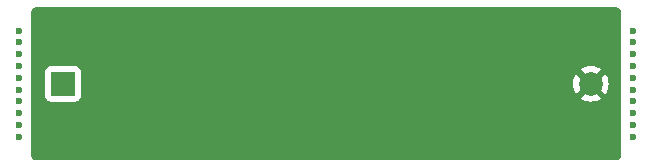
<source format=gbl>
G04 #@! TF.GenerationSoftware,KiCad,Pcbnew,6.0.4-6f826c9f35~116~ubuntu20.04.1*
G04 #@! TF.CreationDate,2022-05-04T20:07:55+01:00*
G04 #@! TF.ProjectId,boostAAA,626f6f73-7441-4414-912e-6b696361645f,rev?*
G04 #@! TF.SameCoordinates,Original*
G04 #@! TF.FileFunction,Copper,L2,Bot*
G04 #@! TF.FilePolarity,Positive*
%FSLAX46Y46*%
G04 Gerber Fmt 4.6, Leading zero omitted, Abs format (unit mm)*
G04 Created by KiCad (PCBNEW 6.0.4-6f826c9f35~116~ubuntu20.04.1) date 2022-05-04 20:07:55*
%MOMM*%
%LPD*%
G01*
G04 APERTURE LIST*
G04 #@! TA.AperFunction,ComponentPad*
%ADD10R,2.000000X2.000000*%
G04 #@! TD*
G04 #@! TA.AperFunction,ComponentPad*
%ADD11C,2.000000*%
G04 #@! TD*
G04 #@! TA.AperFunction,ViaPad*
%ADD12C,0.600000*%
G04 #@! TD*
G04 APERTURE END LIST*
D10*
G04 #@! TO.P,BT1,1,+*
G04 #@! TO.N,Net-(BT1-Pad1)*
X52700000Y-75000000D03*
D11*
G04 #@! TO.P,BT1,2,-*
G04 #@! TO.N,GND*
X97400000Y-75000000D03*
G04 #@! TD*
D12*
G04 #@! TO.N,*
X101000000Y-79500000D03*
X49000000Y-70500000D03*
X49000000Y-71500000D03*
X101000000Y-74500000D03*
X49000000Y-75500000D03*
X101000000Y-73500000D03*
X49000000Y-72500000D03*
X49000000Y-78500000D03*
X101000000Y-76500000D03*
X49000000Y-73500000D03*
X101000000Y-72500000D03*
X49000000Y-79500000D03*
X49000000Y-74500000D03*
X101000000Y-78500000D03*
X49000000Y-77500000D03*
X101000000Y-77500000D03*
X101000000Y-75500000D03*
X101000000Y-71500000D03*
X101000000Y-70500000D03*
X49000000Y-76500000D03*
G04 #@! TO.N,GND*
X71000000Y-69000000D03*
X71000000Y-71000000D03*
X78700000Y-80200000D03*
X69000000Y-69000000D03*
X74737500Y-76000000D03*
X75300000Y-72500000D03*
X79000000Y-78250000D03*
X74150000Y-74300000D03*
X69000000Y-71000000D03*
G04 #@! TD*
G04 #@! TA.AperFunction,Conductor*
G04 #@! TO.N,GND*
G36*
X99470057Y-68509500D02*
G01*
X99484858Y-68511805D01*
X99484862Y-68511805D01*
X99493731Y-68513186D01*
X99502633Y-68512022D01*
X99502637Y-68512022D01*
X99502733Y-68512009D01*
X99533170Y-68511738D01*
X99595375Y-68518746D01*
X99622882Y-68525024D01*
X99700071Y-68552034D01*
X99725491Y-68564276D01*
X99794738Y-68607787D01*
X99816797Y-68625379D01*
X99874621Y-68683203D01*
X99892213Y-68705262D01*
X99935724Y-68774509D01*
X99947966Y-68799930D01*
X99974975Y-68877117D01*
X99981254Y-68904625D01*
X99987333Y-68958579D01*
X99987616Y-68983379D01*
X99986929Y-68987460D01*
X99986856Y-68993461D01*
X99986814Y-68993729D01*
X99986849Y-68993998D01*
X99986776Y-68999999D01*
X99988886Y-69014733D01*
X99989836Y-69023591D01*
X99999679Y-69161228D01*
X100000000Y-69170216D01*
X100000000Y-80829781D01*
X99999679Y-80838770D01*
X99991037Y-80959597D01*
X99989613Y-80971506D01*
X99986929Y-80987462D01*
X99986856Y-80993463D01*
X99986814Y-80993731D01*
X99986849Y-80994000D01*
X99986776Y-81000001D01*
X99987466Y-81004817D01*
X99987782Y-81009672D01*
X99987493Y-81009691D01*
X99987896Y-81036428D01*
X99982186Y-81087109D01*
X99981254Y-81095377D01*
X99974975Y-81122883D01*
X99947966Y-81200070D01*
X99935724Y-81225491D01*
X99892213Y-81294738D01*
X99874621Y-81316797D01*
X99816797Y-81374621D01*
X99794738Y-81392213D01*
X99725491Y-81435724D01*
X99700070Y-81447966D01*
X99622883Y-81474975D01*
X99595376Y-81481254D01*
X99571428Y-81483952D01*
X99539744Y-81487522D01*
X99524103Y-81488305D01*
X99515145Y-81488196D01*
X99506271Y-81486814D01*
X99474750Y-81490936D01*
X99458412Y-81492000D01*
X50549327Y-81492000D01*
X50529943Y-81490500D01*
X50515142Y-81488195D01*
X50515138Y-81488195D01*
X50506269Y-81486814D01*
X50497367Y-81487978D01*
X50497363Y-81487978D01*
X50497267Y-81487991D01*
X50466830Y-81488262D01*
X50404625Y-81481254D01*
X50377118Y-81474976D01*
X50299928Y-81447966D01*
X50274509Y-81435724D01*
X50205262Y-81392213D01*
X50183203Y-81374621D01*
X50125379Y-81316797D01*
X50107787Y-81294738D01*
X50064276Y-81225491D01*
X50052034Y-81200070D01*
X50025025Y-81122883D01*
X50018746Y-81095375D01*
X50012667Y-81041421D01*
X50012384Y-81016621D01*
X50013071Y-81012540D01*
X50013144Y-81006539D01*
X50013186Y-81006271D01*
X50013151Y-81006002D01*
X50013224Y-81000001D01*
X50011114Y-80985267D01*
X50010164Y-80976409D01*
X50000321Y-80838772D01*
X50000000Y-80829784D01*
X50000000Y-76048134D01*
X51191500Y-76048134D01*
X51198255Y-76110316D01*
X51249385Y-76246705D01*
X51336739Y-76363261D01*
X51453295Y-76450615D01*
X51589684Y-76501745D01*
X51651866Y-76508500D01*
X53748134Y-76508500D01*
X53810316Y-76501745D01*
X53946705Y-76450615D01*
X54063261Y-76363261D01*
X54150615Y-76246705D01*
X54155876Y-76232670D01*
X96532160Y-76232670D01*
X96537887Y-76240320D01*
X96709042Y-76345205D01*
X96717837Y-76349687D01*
X96927988Y-76436734D01*
X96937373Y-76439783D01*
X97158554Y-76492885D01*
X97168301Y-76494428D01*
X97395070Y-76512275D01*
X97404930Y-76512275D01*
X97631699Y-76494428D01*
X97641446Y-76492885D01*
X97862627Y-76439783D01*
X97872012Y-76436734D01*
X98082163Y-76349687D01*
X98090958Y-76345205D01*
X98258445Y-76242568D01*
X98267907Y-76232110D01*
X98264124Y-76223334D01*
X97412812Y-75372022D01*
X97398868Y-75364408D01*
X97397035Y-75364539D01*
X97390420Y-75368790D01*
X96538920Y-76220290D01*
X96532160Y-76232670D01*
X54155876Y-76232670D01*
X54201745Y-76110316D01*
X54208500Y-76048134D01*
X54208500Y-75004930D01*
X95887725Y-75004930D01*
X95905572Y-75231699D01*
X95907115Y-75241446D01*
X95960217Y-75462627D01*
X95963266Y-75472012D01*
X96050313Y-75682163D01*
X96054795Y-75690958D01*
X96157432Y-75858445D01*
X96167890Y-75867907D01*
X96176666Y-75864124D01*
X97027978Y-75012812D01*
X97034356Y-75001132D01*
X97764408Y-75001132D01*
X97764539Y-75002965D01*
X97768790Y-75009580D01*
X98620290Y-75861080D01*
X98632670Y-75867840D01*
X98640320Y-75862113D01*
X98745205Y-75690958D01*
X98749687Y-75682163D01*
X98836734Y-75472012D01*
X98839783Y-75462627D01*
X98892885Y-75241446D01*
X98894428Y-75231699D01*
X98912275Y-75004930D01*
X98912275Y-74995070D01*
X98894428Y-74768301D01*
X98892885Y-74758554D01*
X98839783Y-74537373D01*
X98836734Y-74527988D01*
X98749687Y-74317837D01*
X98745205Y-74309042D01*
X98642568Y-74141555D01*
X98632110Y-74132093D01*
X98623334Y-74135876D01*
X97772022Y-74987188D01*
X97764408Y-75001132D01*
X97034356Y-75001132D01*
X97035592Y-74998868D01*
X97035461Y-74997035D01*
X97031210Y-74990420D01*
X96179710Y-74138920D01*
X96167330Y-74132160D01*
X96159680Y-74137887D01*
X96054795Y-74309042D01*
X96050313Y-74317837D01*
X95963266Y-74527988D01*
X95960217Y-74537373D01*
X95907115Y-74758554D01*
X95905572Y-74768301D01*
X95887725Y-74995070D01*
X95887725Y-75004930D01*
X54208500Y-75004930D01*
X54208500Y-73951866D01*
X54201745Y-73889684D01*
X54156086Y-73767890D01*
X96532093Y-73767890D01*
X96535876Y-73776666D01*
X97387188Y-74627978D01*
X97401132Y-74635592D01*
X97402965Y-74635461D01*
X97409580Y-74631210D01*
X98261080Y-73779710D01*
X98267840Y-73767330D01*
X98262113Y-73759680D01*
X98090958Y-73654795D01*
X98082163Y-73650313D01*
X97872012Y-73563266D01*
X97862627Y-73560217D01*
X97641446Y-73507115D01*
X97631699Y-73505572D01*
X97404930Y-73487725D01*
X97395070Y-73487725D01*
X97168301Y-73505572D01*
X97158554Y-73507115D01*
X96937373Y-73560217D01*
X96927988Y-73563266D01*
X96717837Y-73650313D01*
X96709042Y-73654795D01*
X96541555Y-73757432D01*
X96532093Y-73767890D01*
X54156086Y-73767890D01*
X54150615Y-73753295D01*
X54063261Y-73636739D01*
X53946705Y-73549385D01*
X53810316Y-73498255D01*
X53748134Y-73491500D01*
X51651866Y-73491500D01*
X51589684Y-73498255D01*
X51453295Y-73549385D01*
X51336739Y-73636739D01*
X51249385Y-73753295D01*
X51198255Y-73889684D01*
X51191500Y-73951866D01*
X51191500Y-76048134D01*
X50000000Y-76048134D01*
X50000000Y-69170219D01*
X50000321Y-69161230D01*
X50008963Y-69040403D01*
X50010387Y-69028492D01*
X50012265Y-69017329D01*
X50013071Y-69012538D01*
X50013144Y-69006537D01*
X50013186Y-69006269D01*
X50013151Y-69006000D01*
X50013224Y-68999999D01*
X50012534Y-68995183D01*
X50012218Y-68990328D01*
X50012507Y-68990309D01*
X50012104Y-68963572D01*
X50018746Y-68904623D01*
X50025025Y-68877117D01*
X50052034Y-68799930D01*
X50064276Y-68774509D01*
X50107787Y-68705262D01*
X50125379Y-68683203D01*
X50183203Y-68625379D01*
X50205262Y-68607787D01*
X50274509Y-68564276D01*
X50299930Y-68552034D01*
X50377117Y-68525025D01*
X50404624Y-68518746D01*
X50428572Y-68516048D01*
X50460256Y-68512478D01*
X50475897Y-68511695D01*
X50484855Y-68511804D01*
X50493729Y-68513186D01*
X50525251Y-68509064D01*
X50541588Y-68508000D01*
X99450673Y-68508000D01*
X99470057Y-68509500D01*
G37*
G04 #@! TD.AperFunction*
G04 #@! TD*
M02*

</source>
